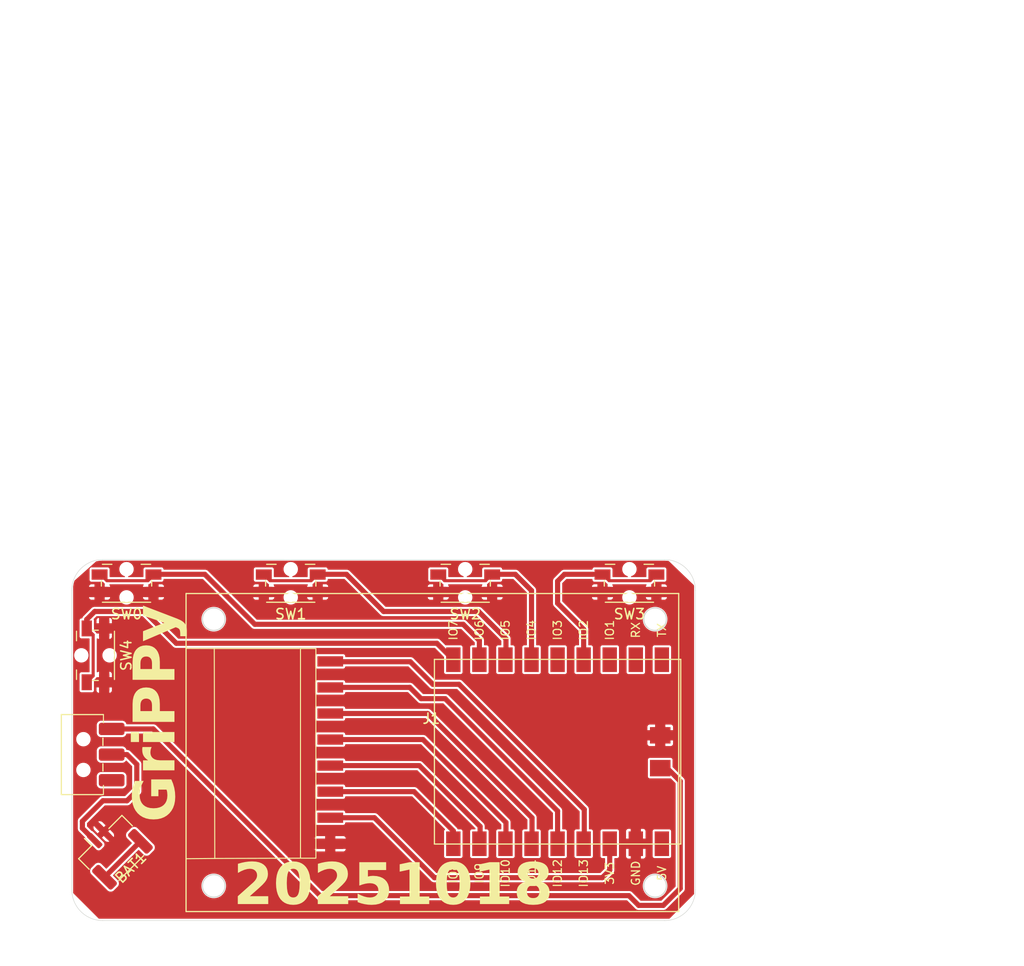
<source format=kicad_pcb>
(kicad_pcb (version 20241229) (generator "pcbnew") (generator_version "9.0")
  (layers (0 "F.Cu" signal) (2 "B.Cu" signal) (13 "F.Paste" user) (15 "B.Paste" user) (5 "F.SilkS" user "F.Silkscreen") (7 "B.SilkS" user "B.Silkscreen") (1 "F.Mask" user) (3 "B.Mask" user) (25 "Edge.Cuts" user))
  (net 0 "")
  (net 1 "/B+")
  (net 2 "/SCL")
  (net 3 "VCC")
  (net 4 "GND")
  (net 5 "/SDA")
  (net 6 "/index")
  (net 7 "/middle")
  (net 8 "/ring")
  (net 9 "/pinky")
  (net 10 "/thumb")
  (net 11 "/RAW")
  (net 13 "/mp")
  (net 19 "/BLK")
  (net 20 "/RES")
  (net 21 "/CS")
  (net 22 "/DC")
  (footprint "footprints:ESP32-S3-SuperMini_SMT" (layer "F.Cu") (at 224.2 85.42 90)
    (property "Reference" "U1" (hide yes))
    (property "Value" "esp32s3-supermini" (hide yes))
    (fp_line (start 9 -12) (end 9 12) (stroke (width 0.12)) (layer "F.SilkS"))
    (fp_line (start -9 -12) (end 9 -12) (stroke (width 0.12)) (layer "F.SilkS"))
    (fp_line (start 9 12) (end -9 12) (stroke (width 0.12)) (layer "F.SilkS"))
    (fp_line (start -9 12) (end -9 -12) (stroke (width 0.12)) (layer "F.SilkS"))
    (fp_text user "IO13" (at -11.85 2.54 90) (layer "F.SilkS") (effects (font (size 0.8 0.8) (thickness 0.12))))
    (fp_text user "IO6" (at 11.85 -7.62 90) (layer "F.SilkS") (effects (font (size 0.8 0.8) (thickness 0.12))))
    (fp_text user "IO8" (at -11.85 -10.16 90) (layer "F.SilkS") (effects (font (size 0.8 0.8) (thickness 0.12))))
    (fp_text user "IO2" (at 11.85 2.54 90) (layer "F.SilkS") (effects (font (size 0.8 0.8) (thickness 0.12))))
    (fp_text user "5V" (at -11.85 10.16 90) (layer "F.SilkS") (effects (font (size 0.8 0.8) (thickness 0.12))))
    (fp_text user "TX" (at 11.85 10.16 90) (layer "F.SilkS") (effects (font (size 0.8 0.8) (thickness 0.12))))
    (fp_text user "RX" (at 11.85 7.62 90) (layer "F.SilkS") (effects (font (size 0.8 0.8) (thickness 0.12))))
    (fp_text user "IO5" (at 11.85 -5.08 90) (layer "F.SilkS") (effects (font (size 0.8 0.8) (thickness 0.12))))
    (fp_text user "IO11" (at -11.85 -2.54 90) (layer "F.SilkS") (effects (font (size 0.8 0.8) (thickness 0.12))))
    (fp_text user "IO9" (at -11.85 -7.62 90) (layer "F.SilkS") (effects (font (size 0.8 0.8) (thickness 0.12))))
    (fp_text user "GND" (at -11.85 7.62 90) (layer "F.SilkS") (effects (font (size 0.8 0.8) (thickness 0.12))))
    (fp_text user "IO10" (at -11.85 -5.08 90) (layer "F.SilkS") (effects (font (size 0.8 0.8) (thickness 0.12))))
    (fp_text user "IO1" (at 11.85 5.08 90) (layer "F.SilkS") (effects (font (size 0.8 0.8) (thickness 0.12))))
    (fp_text user "IO7" (at 11.85 -10.16 90) (layer "F.SilkS") (effects (font (size 0.8 0.8) (thickness 0.12))))
    (fp_text user "IO12" (at -11.85 0 90) (layer "F.SilkS") (effects (font (size 0.8 0.8) (thickness 0.12))))
    (fp_text user "IO3" (at 11.85 0 90) (layer "F.SilkS") (effects (font (size 0.8 0.8) (thickness 0.12))))
    (fp_text user "IO4" (at 11.85 -2.54 90) (layer "F.SilkS") (effects (font (size 0.8 0.8) (thickness 0.12))))
    (fp_text user "3V3" (at -11.85 5.08 90) (layer "F.SilkS") (effects (font (size 0.8 0.8) (thickness 0.12))))
    (pad "3V3" smd rect (at -8.97 5.08 90) (size 2.4 1.4) (layers "F.Cu" "F.Mask" "F.Paste") (net 3 "VCC"))
    (pad "5V" smd rect (at -8.97 10.16 90) (size 2.4 1.4) (layers "F.Cu" "F.Mask" "F.Paste"))
    (pad "B+" smd rect (at -1.6 10 90) (size 1.6 2) (layers "F.Cu" "F.Mask" "F.Paste") (net 11 "/RAW"))
    (pad "B-" smd rect (at 1.6 10 90) (size 1.6 2) (layers "F.Cu" "F.Mask" "F.Paste") (net 4 "GND"))
    (pad "GND" smd rect (at -8.97 7.62 90) (size 2.4 1.4) (layers "F.Cu" "F.Mask" "F.Paste") (net 4 "GND"))
    (pad "IO1" smd rect (at 8.97 5.08 90) (size 2.4 1.4) (layers "F.Cu" "F.Mask" "F.Paste"))
    (pad "IO2" smd rect (at 8.97 2.54 90) (size 2.4 1.4) (layers "F.Cu" "F.Mask" "F.Paste") (net 9 "/pinky"))
    (pad "IO3" smd rect (at 8.97 0 90) (size 2.4 1.4) (layers "F.Cu" "F.Mask" "F.Paste"))
    (pad "IO4" smd rect (at 8.97 -2.54 90) (size 2.4 1.4) (layers "F.Cu" "F.Mask" "F.Paste") (net 8 "/ring"))
    (pad "IO5" smd rect (at 8.97 -5.08 90) (size 2.4 1.4) (layers "F.Cu" "F.Mask" "F.Paste") (net 7 "/middle"))
    (pad "IO6" smd rect (at 8.97 -7.62 90) (size 2.4 1.4) (layers "F.Cu" "F.Mask" "F.Paste") (net 6 "/index"))
    (pad "IO7" smd rect (at 8.97 -10.16 90) (size 2.4 1.4) (layers "F.Cu" "F.Mask" "F.Paste") (net 10 "/thumb"))
    (pad "IO8" smd rect (at -8.97 -10.16 90) (size 2.4 1.4) (layers "F.Cu" "F.Mask" "F.Paste") (net 2 "/SCL"))
    (pad "IO9" smd rect (at -8.97 -7.62 90) (size 2.4 1.4) (layers "F.Cu" "F.Mask" "F.Paste") (net 5 "/SDA"))
    (pad "IO10" smd rect (at -8.97 -5.08 90) (size 2.4 1.4) (layers "F.Cu" "F.Mask" "F.Paste") (net 20 "/RES"))
    (pad "IO11" smd rect (at -8.97 -2.54 90) (size 2.4 1.4) (layers "F.Cu" "F.Mask" "F.Paste") (net 22 "/DC"))
    (pad "IO12" smd rect (at -8.97 0 90) (size 2.4 1.4) (layers "F.Cu" "F.Mask" "F.Paste") (net 21 "/CS"))
    (pad "IO13" smd rect (at -8.97 2.54 90) (size 2.4 1.4) (layers "F.Cu" "F.Mask" "F.Paste") (net 19 "/BLK"))
    (pad "RX" smd rect (at 8.97 7.62 90) (size 2.4 1.4) (layers "F.Cu" "F.Mask" "F.Paste"))
    (pad "TX" smd rect (at 8.97 10.16 90) (size 2.4 1.4) (layers "F.Cu" "F.Mask" "F.Paste"))
  )
  (footprint "footprints:JST_GH_SM02B-GHS-TB_1x02-1MP_P1.25mm_Horizontal" (layer "F.Cu") (at 180.850089 94.950089 45)
    (property "Reference" "BAT1" (at 0 2.5 45) (layer "F.SilkS"))
    (property "Value" "JST-GH 1.25" (hide yes))
    (fp_line (start -2.985 -1.71) (end -1.185 -1.71) (stroke (width 0.12)) (layer "F.SilkS"))
    (fp_line (start -2.985 -0.26) (end -2.985 -1.71) (stroke (width 0.12)) (layer "F.SilkS"))
    (fp_line (start -1.185 -1.71) (end -1.185 -2.7) (stroke (width 0.12)) (layer "F.SilkS"))
    (fp_line (start -1.715 2.559999) (end 1.715 2.559999) (stroke (width 0.12)) (layer "F.SilkS"))
    (fp_line (start 2.985 -1.71) (end 1.185 -1.71) (stroke (width 0.12)) (layer "F.SilkS"))
    (fp_line (start 2.985 -0.26) (end 2.985 -1.71) (stroke (width 0.12)) (layer "F.SilkS"))
    (pad "1" smd roundrect (at -0.625 -1.85 45) (size 0.6 1.7) (layers "F.Cu" "F.Mask" "F.Paste") (net 1 "/B+"))
    (pad "2" smd roundrect (at 0.625 -1.85 45) (size 0.6 1.7) (layers "F.Cu" "F.Mask" "F.Paste") (net 4 "GND"))
    (pad "3" smd roundrect (at -2.475 1.35 45) (size 1 2.7) (layers "F.Cu" "F.Mask" "F.Paste") (net 13 "/mp"))
    (pad "4" smd roundrect (at 2.475 1.35 45) (size 1 2.7) (layers "F.Cu" "F.Mask" "F.Paste") (net 13 "/mp"))
  )
  (footprint "Button_Switch_SMD:Panasonic_EVQPUL_EVQPUC" (layer "F.Cu") (at 231.2 69)
    (property "Reference" "SW3" (at 0 3 0) (layer "F.SilkS"))
    (property "Value" "SW_SPST" (hide yes))
    (fp_line (start -2.45 0.275) (end -2.45 -0.275) (stroke (width 0.12)) (layer "F.SilkS"))
    (fp_line (start -1.425 -1.85) (end -2.35 -1.85) (stroke (width 0.12)) (layer "F.SilkS"))
    (fp_line (start 2.35 -1.85) (end 1.425 -1.85) (stroke (width 0.12)) (layer "F.SilkS"))
    (fp_line (start 2.35 1.85) (end -2.35 1.85) (stroke (width 0.12)) (layer "F.SilkS"))
    (fp_line (start 2.45 0.275) (end 2.45 -0.275) (stroke (width 0.12)) (layer "F.SilkS"))
    (pad "" np_thru_hole circle (at 0 -1.375 180) (size 0.9 0.9) (drill 0.9) (layers "*.Cu" "*.Mask"))
    (pad "" np_thru_hole circle (at 0 1.375 180) (size 0.9 0.9) (drill 0.9) (layers "*.Cu" "*.Mask"))
    (pad "1" smd rect (at -2.625 -0.85 180) (size 1.55 1) (layers "F.Cu" "F.Mask" "F.Paste") (net 9 "/pinky"))
    (pad "1" smd rect (at 2.625 -0.85 180) (size 1.55 1) (layers "F.Cu" "F.Mask" "F.Paste") (net 9 "/pinky"))
    (pad "2" smd rect (at -2.625 0.85 180) (size 1.55 1) (layers "F.Cu" "F.Mask" "F.Paste") (net 4 "GND"))
    (pad "2" smd rect (at 2.625 0.85 180) (size 1.55 1) (layers "F.Cu" "F.Mask" "F.Paste") (net 4 "GND"))
  )
  (footprint "Button_Switch_SMD:Panasonic_EVQPUL_EVQPUC" (layer "F.Cu") (at 182.2 69)
    (property "Reference" "SW0" (at 0 3 0) (layer "F.SilkS"))
    (property "Value" "SW_SPST" (hide yes))
    (fp_line (start -2.45 0.275) (end -2.45 -0.275) (stroke (width 0.12)) (layer "F.SilkS"))
    (fp_line (start -1.425 -1.85) (end -2.35 -1.85) (stroke (width 0.12)) (layer "F.SilkS"))
    (fp_line (start 2.35 -1.85) (end 1.425 -1.85) (stroke (width 0.12)) (layer "F.SilkS"))
    (fp_line (start 2.35 1.85) (end -2.35 1.85) (stroke (width 0.12)) (layer "F.SilkS"))
    (fp_line (start 2.45 0.275) (end 2.45 -0.275) (stroke (width 0.12)) (layer "F.SilkS"))
    (pad "" np_thru_hole circle (at 0 -1.375 180) (size 0.9 0.9) (drill 0.9) (layers "*.Cu" "*.Mask"))
    (pad "" np_thru_hole circle (at 0 1.375 180) (size 0.9 0.9) (drill 0.9) (layers "*.Cu" "*.Mask"))
    (pad "1" smd rect (at -2.625 -0.85 180) (size 1.55 1) (layers "F.Cu" "F.Mask" "F.Paste") (net 6 "/index"))
    (pad "1" smd rect (at 2.625 -0.85 180) (size 1.55 1) (layers "F.Cu" "F.Mask" "F.Paste") (net 6 "/index"))
    (pad "2" smd rect (at -2.625 0.85 180) (size 1.55 1) (layers "F.Cu" "F.Mask" "F.Paste") (net 4 "GND"))
    (pad "2" smd rect (at 2.625 0.85 180) (size 1.55 1) (layers "F.Cu" "F.Mask" "F.Paste") (net 4 "GND"))
  )
  (footprint "sw_spdt_slide_mskt-12c03:Untitled" (layer "F.Cu") (at 178.25 85.7 -90)
    (property "Reference" "SW5" (hide yes))
    (property "Value" "SW_DPDT_x2" (hide yes))
    (fp_line (start -3.9 2.4) (end 3.9 2.4) (stroke (width 0.12)) (layer "F.SilkS"))
    (fp_line (start -3.9 2.4) (end -3.9 -1.7) (stroke (width 0.12)) (layer "F.SilkS"))
    (fp_line (start -0.9 -1.65) (end -1.6 -1.65) (stroke (width 0.12)) (layer "F.SilkS"))
    (fp_line (start 1.6 -1.65) (end 0.9 -1.65) (stroke (width 0.12)) (layer "F.SilkS"))
    (fp_line (start 3.9 -1.65) (end 3.9 2.4) (stroke (width 0.12)) (layer "F.SilkS"))
    (fp_line (start -3.1 -1.7) (end -3.9 -1.7) (stroke (width 0.1)) (layer "F.SilkS"))
    (fp_line (start 3 -1.7) (end 3.9 -1.7) (stroke (width 0.1)) (layer "F.SilkS"))
    (pad "" np_thru_hole circle (at -1.5 0.25 270) (size 0.9 0.9) (drill 0.9) (layers "*.Cu" "*.Mask"))
    (pad "" np_thru_hole circle (at 1.5 0.25 270) (size 0.9 0.9) (drill 0.9) (layers "*.Cu" "*.Mask"))
    (pad "1" smd roundrect (at -2.5 -2.5 270) (size 1.2 2.5) (layers "F.Cu" "F.Mask" "F.Paste") (roundrect_rratio 0.2) (net 11 "/RAW"))
    (pad "2" smd roundrect (at 0 -2.5 270) (size 1.2 2.5) (layers "F.Cu" "F.Mask" "F.Paste") (roundrect_rratio 0.2) (net 1 "/B+"))
    (pad "3" smd roundrect (at 2.5 -2.5 270) (size 1.2 2.5) (layers "F.Cu" "F.Mask" "F.Paste") (roundrect_rratio 0.2))
  )
  (footprint "footprints:tft-169-st7789-rt-ang" (layer "F.Cu") (at 212 85.5)
    (property "Reference" "J1" (at -0.1 -3.31 0) (layer "F.SilkS"))
    (property "Value" "Conn_01x08_Socket" (hide yes))
    (fp_line (start -24 -15.5) (end 24 -15.5) (stroke (width 0.12)) (layer "F.SilkS"))
    (fp_line (start -24 15.5) (end -24 -15.5) (stroke (width 0.12)) (layer "F.SilkS"))
    (fp_line (start -21.25 -10.14) (end -24 -10.15) (stroke (width 0.1)) (layer "F.SilkS"))
    (fp_line (start -21.25 -10.14) (end -21.2 10.325) (stroke (width 0.1)) (layer "F.SilkS"))
    (fp_line (start -21.2 10.325) (end -24 10.35) (stroke (width 0.1)) (layer "F.SilkS"))
    (fp_line (start -21.2 10.325) (end -12.9 10.3) (stroke (width 0.1)) (layer "F.SilkS"))
    (fp_line (start -12.95 -10.14) (end -21.25 -10.14) (stroke (width 0.1)) (layer "F.SilkS"))
    (fp_line (start 24 -15.5) (end 24 15.5) (stroke (width 0.12)) (layer "F.SilkS"))
    (fp_line (start 24 15.5) (end -24 15.5) (stroke (width 0.12)) (layer "F.SilkS"))
    (fp_rect (start -12.85 -10.14) (end -11.35 10.3) (stroke (width 0.1)) (fill no) (layer "F.SilkS"))
    (fp_circle (center -21.3 -13) (end -20.2 -13) (stroke (width 0.1)) (fill no) (layer "Edge.Cuts"))
    (fp_circle (center -21.3 13) (end -20.2 13) (stroke (width 0.1)) (fill no) (layer "Edge.Cuts"))
    (fp_circle (center 21.7 -13) (end 22.8 -13) (stroke (width 0.1)) (fill no) (layer "Edge.Cuts"))
    (fp_circle (center 21.7 13) (end 22.8 13) (stroke (width 0.1)) (fill no) (layer "Edge.Cuts"))
    (pad "1" smd rect (at -9.95 8.895 180) (size 2.51 1) (layers "F.Cu" "F.Mask" "F.Paste") (net 4 "GND"))
    (pad "2" smd rect (at -9.95 6.355 180) (size 2.51 1) (layers "F.Cu" "F.Mask" "F.Paste") (net 3 "VCC"))
    (pad "3" smd rect (at -9.95 3.815 180) (size 2.51 1) (layers "F.Cu" "F.Mask" "F.Paste") (net 2 "/SCL"))
    (pad "4" smd rect (at -9.95 1.275 180) (size 2.51 1) (layers "F.Cu" "F.Mask" "F.Paste") (net 5 "/SDA"))
    (pad "5" smd rect (at -9.95 -1.265 180) (size 2.51 1) (layers "F.Cu" "F.Mask" "F.Paste") (net 20 "/RES"))
    (pad "6" smd rect (at -9.95 -3.805 180) (size 2.51 1) (layers "F.Cu" "F.Mask" "F.Paste") (net 22 "/DC"))
    (pad "7" smd rect (at -9.95 -6.345 180) (size 2.51 1) (layers "F.Cu" "F.Mask" "F.Paste") (net 21 "/CS"))
    (pad "8" smd rect (at -9.95 -8.885 180) (size 2.51 1) (layers "F.Cu" "F.Mask" "F.Paste") (net 19 "/BLK"))
  )
  (footprint "Button_Switch_SMD:Panasonic_EVQPUL_EVQPUC" (layer "F.Cu") (at 215.2 69)
    (property "Reference" "SW2" (at 0 3 0) (layer "F.SilkS"))
    (property "Value" "SW_SPST" (hide yes))
    (fp_line (start -2.45 0.275) (end -2.45 -0.275) (stroke (width 0.12)) (layer "F.SilkS"))
    (fp_line (start -1.425 -1.85) (end -2.35 -1.85) (stroke (width 0.12)) (layer "F.SilkS"))
    (fp_line (start 2.35 -1.85) (end 1.425 -1.85) (stroke (width 0.12)) (layer "F.SilkS"))
    (fp_line (start 2.35 1.85) (end -2.35 1.85) (stroke (width 0.12)) (layer "F.SilkS"))
    (fp_line (start 2.45 0.275) (end 2.45 -0.275) (stroke (width 0.12)) (layer "F.SilkS"))
    (pad "" np_thru_hole circle (at 0 -1.375 180) (size 0.9 0.9) (drill 0.9) (layers "*.Cu" "*.Mask"))
    (pad "" np_thru_hole circle (at 0 1.375 180) (size 0.9 0.9) (drill 0.9) (layers "*.Cu" "*.Mask"))
    (pad "1" smd rect (at -2.625 -0.85 180) (size 1.55 1) (layers "F.Cu" "F.Mask" "F.Paste") (net 8 "/ring"))
    (pad "1" smd rect (at 2.625 -0.85 180) (size 1.55 1) (layers "F.Cu" "F.Mask" "F.Paste") (net 8 "/ring"))
    (pad "2" smd rect (at -2.625 0.85 180) (size 1.55 1) (layers "F.Cu" "F.Mask" "F.Paste") (net 4 "GND"))
    (pad "2" smd rect (at 2.625 0.85 180) (size 1.55 1) (layers "F.Cu" "F.Mask" "F.Paste") (net 4 "GND"))
  )
  (footprint "Button_Switch_SMD:Panasonic_EVQPUL_EVQPUC" (layer "F.Cu") (at 198.2 69)
    (property "Reference" "SW1" (at 0 3 0) (layer "F.SilkS"))
    (property "Value" "SW_SPST" (hide yes))
    (fp_line (start -2.45 0.275) (end -2.45 -0.275) (stroke (width 0.12)) (layer "F.SilkS"))
    (fp_line (start -1.425 -1.85) (end -2.35 -1.85) (stroke (width 0.12)) (layer "F.SilkS"))
    (fp_line (start 2.35 -1.85) (end 1.425 -1.85) (stroke (width 0.12)) (layer "F.SilkS"))
    (fp_line (start 2.35 1.85) (end -2.35 1.85) (stroke (width 0.12)) (layer "F.SilkS"))
    (fp_line (start 2.45 0.275) (end 2.45 -0.275) (stroke (width 0.12)) (layer "F.SilkS"))
    (pad "" np_thru_hole circle (at 0 -1.375 180) (size 0.9 0.9) (drill 0.9) (layers "*.Cu" "*.Mask"))
    (pad "" np_thru_hole circle (at 0 1.375 180) (size 0.9 0.9) (drill 0.9) (layers "*.Cu" "*.Mask"))
    (pad "1" smd rect (at -2.625 -0.85 180) (size 1.55 1) (layers "F.Cu" "F.Mask" "F.Paste") (net 7 "/middle"))
    (pad "1" smd rect (at 2.625 -0.85 180) (size 1.55 1) (layers "F.Cu" "F.Mask" "F.Paste") (net 7 "/middle"))
    (pad "2" smd rect (at -2.625 0.85 180) (size 1.55 1) (layers "F.Cu" "F.Mask" "F.Paste") (net 4 "GND"))
    (pad "2" smd rect (at 2.625 0.85 180) (size 1.55 1) (layers "F.Cu" "F.Mask" "F.Paste") (net 4 "GND"))
  )
  (footprint "Button_Switch_SMD:Panasonic_EVQPUL_EVQPUC" (layer "F.Cu") (at 179.175 76.025 90)
    (property "Reference" "SW4" (at 0 3 90) (layer "F.SilkS"))
    (property "Value" "SW_SPST" (hide yes))
    (fp_line (start 2.35 -1.85) (end 1.425 -1.85) (stroke (width 0.12)) (layer "F.SilkS"))
    (fp_line (start -1.425 -1.85) (end -2.35 -1.85) (stroke (width 0.12)) (layer "F.SilkS"))
    (fp_line (start 2.45 0.275) (end 2.45 -0.275) (stroke (width 0.12)) (layer "F.SilkS"))
    (fp_line (start -2.45 0.275) (end -2.45 -0.275) (stroke (width 0.12)) (layer "F.SilkS"))
    (fp_line (start 2.35 1.85) (end -2.35 1.85) (stroke (width 0.12)) (layer "F.SilkS"))
    (pad "" np_thru_hole circle (at 0 -1.375 270) (size 0.9 0.9) (drill 0.9) (layers "*.Cu" "*.Mask"))
    (pad "" np_thru_hole circle (at 0 1.375 270) (size 0.9 0.9) (drill 0.9) (layers "*.Cu" "*.Mask"))
    (pad "1" smd rect (at -2.625 -0.85 270) (size 1.55 1) (layers "F.Cu" "F.Mask" "F.Paste") (net 10 "/thumb"))
    (pad "1" smd rect (at 2.625 -0.85 270) (size 1.55 1) (layers "F.Cu" "F.Mask" "F.Paste") (net 10 "/thumb"))
    (pad "2" smd rect (at -2.625 0.85 270) (size 1.55 1) (layers "F.Cu" "F.Mask" "F.Paste") (net 4 "GND"))
    (pad "2" smd rect (at 2.625 0.85 270) (size 1.55 1) (layers "F.Cu" "F.Mask" "F.Paste") (net 4 "GND"))
  )
  (gr_arc (start 237.628679 98.87868) (mid 236.750005 101.000005) (end 234.62868 101.878679) (stroke (width 0.05)) (layer "Edge.Cuts"))
  (gr_line (start 176.87132 98.8787) (end 176.871321 69.692444) (stroke (width 0.05)) (layer "Edge.Cuts"))
  (gr_arc (start 176.87132 69.692444) (mid 177.74613 67.575) (end 179.860366 66.692464) (stroke (width 0.05)) (layer "Edge.Cuts"))
  (gr_line (start 179.860366 66.69244) (end 234.62868 66.69632) (stroke (width 0.05)) (layer "Edge.Cuts"))
  (gr_arc (start 234.62868 66.69632) (mid 236.75 67.575) (end 237.62868 69.69632) (stroke (width 0.05)) (layer "Edge.Cuts"))
  (gr_arc (start 179.87132 101.87868) (mid 177.75 101) (end 176.87132 98.87868) (stroke (width 0.05)) (layer "Edge.Cuts"))
  (gr_line (start 234.62868 101.87868) (end 179.87132 101.87868) (stroke (width 0.05)) (layer "Edge.Cuts"))
  (gr_line (start 237.62868 69.69632) (end 237.62868 98.8787) (stroke (width 0.05)) (layer "Edge.Cuts"))
  (gr_text "GriPPy" (at 187.55 92.3 90) (layer "F.SilkS") (effects (font (size 4 4) (thickness 0.3) (bold yes)) (justify left bottom)))
  (gr_text "20251018" (at 192.6 100.95 0) (layer "F.SilkS") (effects (font (size 4 4) (thickness 0.3) (bold yes)) (justify left bottom)))
  (segment (start 179.9 90.2) (end 182.25 90.2) (width 0.5) (layer "F.Cu") (net 1))
  (segment (start 183.2 89.25) (end 183.2 86.65) (width 0.5) (layer "F.Cu") (net 1))
  (segment (start 182.25 85.7) (end 180.75 85.7) (width 0.5) (layer "F.Cu") (net 1))
  (segment (start 179.1 94.083883) (end 177.9 92.883883) (width 0.5) (layer "F.Cu") (net 1))
  (segment (start 183.2 86.65) (end 182.25 85.7) (width 0.5) (layer "F.Cu") (net 1))
  (segment (start 182.25 90.2) (end 183.2 89.25) (width 0.5) (layer "F.Cu") (net 1))
  (segment (start 177.9 92.883883) (end 177.9 92.2) (width 0.5) (layer "F.Cu") (net 1))
  (segment (start 177.9 92.2) (end 179.9 90.2) (width 0.5) (layer "F.Cu") (net 1))
  (segment (start 210.215 89.315) (end 214.04 93.14) (width 0.5) (layer "F.Cu") (net 2))
  (segment (start 202.05 89.315) (end 210.215 89.315) (width 0.5) (layer "F.Cu") (net 2))
  (segment (start 214.04 93.14) (end 214.04 94.67) (width 0.5) (layer "F.Cu") (net 2))
  (segment (start 212.2 97.7) (end 228.55 97.7) (width 0.5) (layer "F.Cu") (net 3))
  (segment (start 229.28 96.97) (end 229.28 94.39) (width 0.5) (layer "F.Cu") (net 3))
  (segment (start 202.05 91.855) (end 206.355 91.855) (width 0.5) (layer "F.Cu") (net 3))
  (segment (start 206.355 91.855) (end 212.2 97.7) (width 0.5) (layer "F.Cu") (net 3))
  (segment (start 228.55 97.7) (end 229.28 96.97) (width 0.5) (layer "F.Cu") (net 3))
  (segment (start 216.65 92.7) (end 216.65 94.6) (width 0.5) (layer "F.Cu") (net 5))
  (segment (start 202.05 86.775) (end 210.725 86.775) (width 0.5) (layer "F.Cu") (net 5))
  (segment (start 210.725 86.775) (end 216.65 92.7) (width 0.5) (layer "F.Cu") (net 5))
  (segment (start 216.65 94.6) (end 216.58 94.67) (width 0.5) (layer "F.Cu") (net 5))
  (segment (start 184.2875 68.75) (end 184.9125 68.125) (width 0.3) (layer "F.Cu") (net 6))
  (segment (start 194.7 73) (end 189.825 68.125) (width 0.5) (layer "F.Cu") (net 6))
  (segment (start 180.2875 68.75) (end 184.2875 68.75) (width 0.3) (layer "F.Cu") (net 6))
  (segment (start 179.6625 68.125) (end 180.2875 68.75) (width 0.3) (layer "F.Cu") (net 6))
  (segment (start 189.825 68.125) (end 184.825 68.125) (width 0.5) (layer "F.Cu") (net 6))
  (segment (start 216.58 76.45) (end 216.58 74.58) (width 0.5) (layer "F.Cu") (net 6))
  (segment (start 216.58 74.58) (end 215 73) (width 0.5) (layer "F.Cu") (net 6))
  (segment (start 215 73) (end 194.7 73) (width 0.5) (layer "F.Cu") (net 6))
  (segment (start 195.5625 68.125) (end 196.1875 68.75) (width 0.3) (layer "F.Cu") (net 7))
  (segment (start 200.825 68.125) (end 203.625 68.125) (width 0.5) (layer "F.Cu") (net 7))
  (segment (start 219.17 74.42) (end 219.17 76.68) (width 0.5) (layer "F.Cu") (net 7))
  (segment (start 216.5 71.75) (end 219.17 74.42) (width 0.5) (layer "F.Cu") (net 7))
  (segment (start 207.25 71.75) (end 216.5 71.75) (width 0.5) (layer "F.Cu") (net 7))
  (segment (start 219.17 76.68) (end 219.12 76.73) (width 0.5) (layer "F.Cu") (net 7))
  (segment (start 203.625 68.125) (end 207.25 71.75) (width 0.5) (layer "F.Cu") (net 7))
  (segment (start 196.1875 68.75) (end 200.1875 68.75) (width 0.3) (layer "F.Cu") (net 7))
  (segment (start 200.1875 68.75) (end 200.8125 68.125) (width 0.3) (layer "F.Cu") (net 7))
  (segment (start 217.1875 68.75) (end 217.8125 68.125) (width 0.3) (layer "F.Cu") (net 8))
  (segment (start 213.1875 68.75) (end 217.1875 68.75) (width 0.3) (layer "F.Cu") (net 8))
  (segment (start 212.5625 68.125) (end 213.1875 68.75) (width 0.3) (layer "F.Cu") (net 8))
  (segment (start 221.66 69.71) (end 221.66 76.45) (width 0.5) (layer "F.Cu") (net 8))
  (segment (start 217.875 68.125) (end 220.075 68.125) (width 0.5) (layer "F.Cu") (net 8))
  (segment (start 220.075 68.125) (end 221.66 69.71) (width 0.5) (layer "F.Cu") (net 8))
  (segment (start 226.74 76.45) (end 226.74 73.49) (width 0.5) (layer "F.Cu") (net 9))
  (segment (start 233.225 68.75) (end 229.225 68.75) (width 0.3) (layer "F.Cu") (net 9))
  (segment (start 224.2 68.8) (end 224.875 68.125) (width 0.5) (layer "F.Cu") (net 9))
  (segment (start 224.875 68.125) (end 227.675 68.125) (width 0.5) (layer "F.Cu") (net 9))
  (segment (start 226.74 73.49) (end 224.2 70.95) (width 0.5) (layer "F.Cu") (net 9))
  (segment (start 224.2 70.95) (end 224.2 68.8) (width 0.5) (layer "F.Cu") (net 9))
  (segment (start 229.225 68.75) (end 228.6 68.125) (width 0.3) (layer "F.Cu") (net 9))
  (segment (start 233.85 68.125) (end 233.225 68.75) (width 0.3) (layer "F.Cu") (net 9))
  (segment (start 178.95 74.025) (end 178.95 78.025) (width 0.3) (layer "F.Cu") (net 10))
  (segment (start 183.95 71.75) (end 187.05 74.85) (width 0.5) (layer "F.Cu") (net 10))
  (segment (start 178.325 72.525) (end 179.1 71.75) (width 0.5) (layer "F.Cu") (net 10))
  (segment (start 178.325 73.025) (end 178.325 72.525) (width 0.5) (layer "F.Cu") (net 10))
  (segment (start 178.325 73.4) (end 178.95 74.025) (width 0.3) (layer "F.Cu") (net 10))
  (segment (start 212.44 74.85) (end 214.04 76.45) (width 0.5) (layer "F.Cu") (net 10))
  (segment (start 178.95 78.025) (end 178.325 78.65) (width 0.3) (layer "F.Cu") (net 10))
  (segment (start 179.1 71.75) (end 183.95 71.75) (width 0.5) (layer "F.Cu") (net 10))
  (segment (start 187.05 74.85) (end 212.44 74.85) (width 0.5) (layer "F.Cu") (net 10))
  (segment (start 201.05 99.45) (end 184.8 83.2) (width 0.5) (layer "F.Cu") (net 11))
  (segment (start 236.15 98.75) (end 234.5 100.4) (width 0.5) (layer "F.Cu") (net 11))
  (segment (start 184.8 83.2) (end 180.75 83.2) (width 0.5) (layer "F.Cu") (net 11))
  (segment (start 234.87 87.02) (end 236.15 88.3) (width 0.5) (layer "F.Cu") (net 11))
  (segment (start 232.1 100.4) (end 231.15 99.45) (width 0.5) (layer "F.Cu") (net 11))
  (segment (start 234.5 100.4) (end 232.1 100.4) (width 0.5) (layer "F.Cu") (net 11))
  (segment (start 236.15 88.3) (end 236.15 98.75) (width 0.5) (layer "F.Cu") (net 11))
  (segment (start 231.15 99.45) (end 201.05 99.45) (width 0.5) (layer "F.Cu") (net 11))
  (segment (start 234.2 87.02) (end 234.87 87.02) (width 0.5) (layer "F.Cu") (net 11))
  (segment (start 180.054594 97.654772) (end 183.554772 94.154594) (width 0.5) (layer "F.Cu") (net 13))
  (segment (start 202.05 76.615) (end 202.085 76.65) (width 0.5) (layer "F.Cu") (net 19))
  (segment (start 212.05 78.85) (end 214.6 78.85) (width 0.5) (layer "F.Cu") (net 19))
  (segment (start 226.8 94.61) (end 226.74 94.67) (width 0.5) (layer "F.Cu") (net 19))
  (segment (start 226.8 91.05) (end 226.8 94.61) (width 0.5) (layer "F.Cu") (net 19))
  (segment (start 209.85 76.65) (end 212.05 78.85) (width 0.5) (layer "F.Cu") (net 19))
  (segment (start 214.6 78.85) (end 226.8 91.05) (width 0.5) (layer "F.Cu") (net 19))
  (segment (start 202.085 76.65) (end 209.85 76.65) (width 0.5) (layer "F.Cu") (net 19))
  (segment (start 202.05 84.235) (end 211.085 84.235) (width 0.5) (layer "F.Cu") (net 20))
  (segment (start 211.085 84.235) (end 219.17 92.32) (width 0.5) (layer "F.Cu") (net 20))
  (segment (start 219.17 92.32) (end 219.17 94.62) (width 0.5) (layer "F.Cu") (net 20))
  (segment (start 219.17 94.62) (end 219.12 94.67) (width 0.5) (layer "F.Cu") (net 20))
  (segment (start 210.9 80.25) (end 213.25 80.25) (width 0.5) (layer "F.Cu") (net 21))
  (segment (start 224.2 91.2) (end 224.2 94.39) (width 0.5) (layer "F.Cu") (net 21))
  (segment (start 202.055 79.15) (end 209.8 79.15) (width 0.5) (layer "F.Cu") (net 21))
  (segment (start 202.05 79.155) (end 202.055 79.15) (width 0.5) (layer "F.Cu") (net 21))
  (segment (start 209.8 79.15) (end 210.9 80.25) (width 0.5) (layer "F.Cu") (net 21))
  (segment (start 213.25 80.25) (end 224.2 91.2) (width 0.5) (layer "F.Cu") (net 21))
  (segment (start 202.05 81.695) (end 211.545 81.695) (width 0.5) (layer "F.Cu") (net 22))
  (segment (start 221.71 91.86) (end 221.71 94.62) (width 0.5) (layer "F.Cu") (net 22))
  (segment (start 221.71 94.62) (end 221.66 94.67) (width 0.5) (layer "F.Cu") (net 22))
  (segment (start 211.545 81.695) (end 221.71 91.86) (width 0.5) (layer "F.Cu") (net 22))
  (zone (net 4) (net_name "GND") (layer "F.Cu") (connect_pads (clearance 0.1)) (min_thickness 0.1) (fill yes (thermal_gap 0.25) (thermal_bridge_width 1))
    (polygon (pts (xy 179.3691 66.75) (xy 234.95 66.75) (xy 237.5 69.2) (xy 237.5 99.3) (xy 235.1 101.7) (xy 179.5 101.7) (xy 177 99.2) (xy 177 68.8585)))
  )
)
</source>
